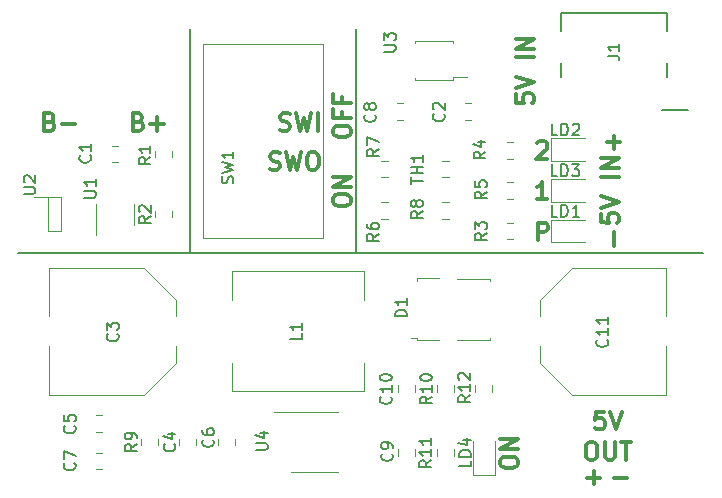
<source format=gbr>
G04 #@! TF.GenerationSoftware,KiCad,Pcbnew,(5.1.5)-3*
G04 #@! TF.CreationDate,2020-06-11T09:31:08-05:00*
G04 #@! TF.ProjectId,Li-ion 5A Boost 1A Charge Protect,4c692d69-6f6e-4203-9541-20426f6f7374,rev?*
G04 #@! TF.SameCoordinates,Original*
G04 #@! TF.FileFunction,Legend,Top*
G04 #@! TF.FilePolarity,Positive*
%FSLAX46Y46*%
G04 Gerber Fmt 4.6, Leading zero omitted, Abs format (unit mm)*
G04 Created by KiCad (PCBNEW (5.1.5)-3) date 2020-06-11 09:31:08*
%MOMM*%
%LPD*%
G04 APERTURE LIST*
%ADD10C,0.300000*%
%ADD11C,0.200000*%
%ADD12C,0.120000*%
%ADD13C,0.100000*%
%ADD14C,0.150000*%
G04 APERTURE END LIST*
D10*
X158128571Y-57545714D02*
X158128571Y-58260000D01*
X158842857Y-58331428D01*
X158771428Y-58260000D01*
X158700000Y-58117143D01*
X158700000Y-57760000D01*
X158771428Y-57617143D01*
X158842857Y-57545714D01*
X158985714Y-57474285D01*
X159342857Y-57474285D01*
X159485714Y-57545714D01*
X159557142Y-57617143D01*
X159628571Y-57760000D01*
X159628571Y-58117143D01*
X159557142Y-58260000D01*
X159485714Y-58331428D01*
X158128571Y-57045714D02*
X159628571Y-56545714D01*
X158128571Y-56045714D01*
X159628571Y-54402857D02*
X158128571Y-54402857D01*
X159628571Y-53688571D02*
X158128571Y-53688571D01*
X159628571Y-52831428D01*
X158128571Y-52831428D01*
X142658571Y-60838571D02*
X142658571Y-60552857D01*
X142730000Y-60410000D01*
X142872857Y-60267142D01*
X143158571Y-60195714D01*
X143658571Y-60195714D01*
X143944285Y-60267142D01*
X144087142Y-60410000D01*
X144158571Y-60552857D01*
X144158571Y-60838571D01*
X144087142Y-60981428D01*
X143944285Y-61124285D01*
X143658571Y-61195714D01*
X143158571Y-61195714D01*
X142872857Y-61124285D01*
X142730000Y-60981428D01*
X142658571Y-60838571D01*
X143372857Y-59052857D02*
X143372857Y-59552857D01*
X144158571Y-59552857D02*
X142658571Y-59552857D01*
X142658571Y-58838571D01*
X143372857Y-57767142D02*
X143372857Y-58267142D01*
X144158571Y-58267142D02*
X142658571Y-58267142D01*
X142658571Y-57552857D01*
X142628571Y-66658571D02*
X142628571Y-66372857D01*
X142700000Y-66230000D01*
X142842857Y-66087142D01*
X143128571Y-66015714D01*
X143628571Y-66015714D01*
X143914285Y-66087142D01*
X144057142Y-66230000D01*
X144128571Y-66372857D01*
X144128571Y-66658571D01*
X144057142Y-66801428D01*
X143914285Y-66944285D01*
X143628571Y-67015714D01*
X143128571Y-67015714D01*
X142842857Y-66944285D01*
X142700000Y-66801428D01*
X142628571Y-66658571D01*
X144128571Y-65372857D02*
X142628571Y-65372857D01*
X144128571Y-64515714D01*
X142628571Y-64515714D01*
X164385000Y-87008571D02*
X164670714Y-87008571D01*
X164813571Y-87080000D01*
X164956428Y-87222857D01*
X165027857Y-87508571D01*
X165027857Y-88008571D01*
X164956428Y-88294285D01*
X164813571Y-88437142D01*
X164670714Y-88508571D01*
X164385000Y-88508571D01*
X164242143Y-88437142D01*
X164099285Y-88294285D01*
X164027857Y-88008571D01*
X164027857Y-87508571D01*
X164099285Y-87222857D01*
X164242143Y-87080000D01*
X164385000Y-87008571D01*
X165670714Y-87008571D02*
X165670714Y-88222857D01*
X165742143Y-88365714D01*
X165813571Y-88437142D01*
X165956428Y-88508571D01*
X166242143Y-88508571D01*
X166385000Y-88437142D01*
X166456428Y-88365714D01*
X166527857Y-88222857D01*
X166527857Y-87008571D01*
X167027857Y-87008571D02*
X167885000Y-87008571D01*
X167456428Y-88508571D02*
X167456428Y-87008571D01*
D11*
X130500000Y-71000000D02*
X130500000Y-52000000D01*
X144600000Y-71000000D02*
X144600000Y-52000000D01*
X116000000Y-71000000D02*
X174000000Y-71000000D01*
D10*
X165328571Y-67685714D02*
X165328571Y-68400000D01*
X166042857Y-68471428D01*
X165971428Y-68400000D01*
X165900000Y-68257143D01*
X165900000Y-67900000D01*
X165971428Y-67757143D01*
X166042857Y-67685714D01*
X166185714Y-67614285D01*
X166542857Y-67614285D01*
X166685714Y-67685714D01*
X166757142Y-67757143D01*
X166828571Y-67900000D01*
X166828571Y-68257143D01*
X166757142Y-68400000D01*
X166685714Y-68471428D01*
X165328571Y-67185714D02*
X166828571Y-66685714D01*
X165328571Y-66185714D01*
X166828571Y-64542857D02*
X165328571Y-64542857D01*
X166828571Y-63828571D02*
X165328571Y-63828571D01*
X166828571Y-62971428D01*
X165328571Y-62971428D01*
X156778571Y-88862142D02*
X156778571Y-88576428D01*
X156850000Y-88433571D01*
X156992857Y-88290714D01*
X157278571Y-88219285D01*
X157778571Y-88219285D01*
X158064285Y-88290714D01*
X158207142Y-88433571D01*
X158278571Y-88576428D01*
X158278571Y-88862142D01*
X158207142Y-89005000D01*
X158064285Y-89147857D01*
X157778571Y-89219285D01*
X157278571Y-89219285D01*
X156992857Y-89147857D01*
X156850000Y-89005000D01*
X156778571Y-88862142D01*
X158278571Y-87576428D02*
X156778571Y-87576428D01*
X158278571Y-86719285D01*
X156778571Y-86719285D01*
X165599285Y-84428571D02*
X164884999Y-84428571D01*
X164813571Y-85142857D01*
X164884999Y-85071428D01*
X165027857Y-85000000D01*
X165384999Y-85000000D01*
X165527857Y-85071428D01*
X165599285Y-85142857D01*
X165670714Y-85285714D01*
X165670714Y-85642857D01*
X165599285Y-85785714D01*
X165527857Y-85857142D01*
X165384999Y-85928571D01*
X165027857Y-85928571D01*
X164884999Y-85857142D01*
X164813571Y-85785714D01*
X166099285Y-84428571D02*
X166599285Y-85928571D01*
X167099285Y-84428571D01*
X159967142Y-69918571D02*
X159967142Y-68418571D01*
X160538571Y-68418571D01*
X160681428Y-68490000D01*
X160752857Y-68561428D01*
X160824285Y-68704285D01*
X160824285Y-68918571D01*
X160752857Y-69061428D01*
X160681428Y-69132857D01*
X160538571Y-69204285D01*
X159967142Y-69204285D01*
X160788571Y-66448571D02*
X159931428Y-66448571D01*
X160360000Y-66448571D02*
X160360000Y-64948571D01*
X160217142Y-65162857D01*
X160074285Y-65305714D01*
X159931428Y-65377142D01*
X159931428Y-61681428D02*
X160002857Y-61610000D01*
X160145714Y-61538571D01*
X160502857Y-61538571D01*
X160645714Y-61610000D01*
X160717142Y-61681428D01*
X160788571Y-61824285D01*
X160788571Y-61967142D01*
X160717142Y-62181428D01*
X159860000Y-63038571D01*
X160788571Y-63038571D01*
D12*
X126667000Y-82994900D02*
X129372100Y-80289800D01*
X126667000Y-72250700D02*
X129372100Y-74955800D01*
X118627900Y-78901639D02*
X118627900Y-82994900D01*
X129372100Y-76343961D02*
X129372100Y-74955800D01*
X129372100Y-80289800D02*
X129372100Y-78901639D01*
X118627900Y-82994900D02*
X126667000Y-82994900D01*
X118627900Y-72250700D02*
X118627900Y-76343961D01*
X126667000Y-72250700D02*
X118627900Y-72250700D01*
X162833000Y-72250700D02*
X160127900Y-74955800D01*
X162833000Y-82994900D02*
X160127900Y-80289800D01*
X170872100Y-76343961D02*
X170872100Y-72250700D01*
X160127900Y-78901639D02*
X160127900Y-80289800D01*
X160127900Y-74955800D02*
X160127900Y-76343961D01*
X170872100Y-72250700D02*
X162833000Y-72250700D01*
X170872100Y-82994900D02*
X170872100Y-78901639D01*
X162833000Y-82994900D02*
X170872100Y-82994900D01*
X149722000Y-78163000D02*
X149214000Y-78163000D01*
X149722000Y-78163000D02*
X149722000Y-78336000D01*
X149722000Y-73337000D02*
X149722000Y-73118000D01*
X155945000Y-73337000D02*
X155945000Y-73164000D01*
X155945000Y-73164000D02*
X153151000Y-73164000D01*
X155945000Y-78336000D02*
X153151000Y-78336000D01*
X155945000Y-78336000D02*
X155945000Y-78163000D01*
X151627000Y-73118000D02*
X149722000Y-73118000D01*
X151627000Y-78336000D02*
X149722000Y-78336000D01*
D11*
X172663000Y-58850000D02*
X170504000Y-58850000D01*
X161970000Y-56110000D02*
X161970000Y-54900000D01*
X170910000Y-56110000D02*
X170910000Y-54900000D01*
X161970000Y-50690000D02*
X161970000Y-52180000D01*
X170910000Y-50690000D02*
X161970000Y-50690000D01*
X170910000Y-52180000D02*
X170910000Y-50690000D01*
D13*
X141780000Y-69730000D02*
X131620000Y-69730000D01*
X141780000Y-53270000D02*
X141780000Y-69730000D01*
X131620000Y-53270000D02*
X141780000Y-53270000D01*
X131620000Y-69730000D02*
X131620000Y-53270000D01*
D12*
X125810000Y-68600000D02*
X125810000Y-66800000D01*
X122590000Y-66800000D02*
X122590000Y-69478000D01*
X117322000Y-66250000D02*
X119650000Y-66250000D01*
X119650000Y-66250000D02*
X119650000Y-69150000D01*
X119650000Y-69150000D02*
X118550000Y-69150000D01*
X118550000Y-69150000D02*
X118550000Y-66250000D01*
X127590000Y-62861252D02*
X127590000Y-62338748D01*
X129010000Y-62861252D02*
X129010000Y-62338748D01*
X129010000Y-67438748D02*
X129010000Y-67961252D01*
X127590000Y-67438748D02*
X127590000Y-67961252D01*
X134112000Y-82702800D02*
X134112000Y-80289800D01*
X145288000Y-82702800D02*
X145288000Y-80289800D01*
X145288000Y-74955800D02*
X145288000Y-72542800D01*
X134112000Y-74955800D02*
X134112000Y-72542800D01*
X134112000Y-82702800D02*
X145288000Y-82702800D01*
X134112000Y-72542800D02*
X145288000Y-72542800D01*
X152815600Y-56087000D02*
X153984000Y-56087000D01*
X149564400Y-56162441D02*
X149564400Y-56315600D01*
X152815600Y-53217559D02*
X152815600Y-53064400D01*
X152815600Y-56315600D02*
X152815600Y-56087000D01*
X149564400Y-56315600D02*
X152815600Y-56315600D01*
X149564400Y-53064400D02*
X149564400Y-53217559D01*
X152815600Y-53064400D02*
X149564400Y-53064400D01*
X139100000Y-89509000D02*
X143100000Y-89509000D01*
X137671000Y-84459000D02*
X143100000Y-84459000D01*
X147261252Y-64590000D02*
X146738748Y-64590000D01*
X147261252Y-63170000D02*
X146738748Y-63170000D01*
X152853750Y-87622748D02*
X152853750Y-88145252D01*
X151433750Y-87622748D02*
X151433750Y-88145252D01*
X151908748Y-63160000D02*
X152431252Y-63160000D01*
X151908748Y-64580000D02*
X152431252Y-64580000D01*
X156092000Y-82197748D02*
X156092000Y-82720252D01*
X154672000Y-82197748D02*
X154672000Y-82720252D01*
X152853750Y-82197748D02*
X152853750Y-82720252D01*
X151433750Y-82197748D02*
X151433750Y-82720252D01*
X126368000Y-87245252D02*
X126368000Y-86722748D01*
X127788000Y-87245252D02*
X127788000Y-86722748D01*
X151908748Y-66660000D02*
X152431252Y-66660000D01*
X151908748Y-68080000D02*
X152431252Y-68080000D01*
X146738748Y-66670000D02*
X147261252Y-66670000D01*
X146738748Y-68090000D02*
X147261252Y-68090000D01*
X157378748Y-64995000D02*
X157901252Y-64995000D01*
X157378748Y-66415000D02*
X157901252Y-66415000D01*
X157378748Y-61570000D02*
X157901252Y-61570000D01*
X157378748Y-62990000D02*
X157901252Y-62990000D01*
X157378748Y-68420000D02*
X157901252Y-68420000D01*
X157378748Y-69840000D02*
X157901252Y-69840000D01*
X149570500Y-82197748D02*
X149570500Y-82720252D01*
X148150500Y-82197748D02*
X148150500Y-82720252D01*
X149570500Y-87622748D02*
X149570500Y-88145252D01*
X148150500Y-87622748D02*
X148150500Y-88145252D01*
X148038748Y-58330000D02*
X148561252Y-58330000D01*
X148038748Y-59750000D02*
X148561252Y-59750000D01*
X123083252Y-89310000D02*
X122560748Y-89310000D01*
X123083252Y-87890000D02*
X122560748Y-87890000D01*
X134322000Y-86722748D02*
X134322000Y-87245252D01*
X132902000Y-86722748D02*
X132902000Y-87245252D01*
X123083252Y-86110000D02*
X122560748Y-86110000D01*
X123083252Y-84690000D02*
X122560748Y-84690000D01*
X131055000Y-86722748D02*
X131055000Y-87245252D01*
X129635000Y-86722748D02*
X129635000Y-87245252D01*
X154351252Y-59750000D02*
X153828748Y-59750000D01*
X154351252Y-58330000D02*
X153828748Y-58330000D01*
X124461252Y-63310000D02*
X123938748Y-63310000D01*
X124461252Y-61890000D02*
X123938748Y-61890000D01*
X156387000Y-89744000D02*
X156387000Y-86884000D01*
X154467000Y-89744000D02*
X156387000Y-89744000D01*
X154467000Y-86884000D02*
X154467000Y-89744000D01*
X161080000Y-66665000D02*
X163940000Y-66665000D01*
X161080000Y-64745000D02*
X161080000Y-66665000D01*
X163940000Y-64745000D02*
X161080000Y-64745000D01*
X161080000Y-63210000D02*
X163940000Y-63210000D01*
X161080000Y-61290000D02*
X161080000Y-63210000D01*
X163940000Y-61290000D02*
X161080000Y-61290000D01*
X161080000Y-70090000D02*
X163940000Y-70090000D01*
X161080000Y-68170000D02*
X161080000Y-70090000D01*
X163940000Y-68170000D02*
X161080000Y-68170000D01*
D14*
X124382142Y-77841366D02*
X124429761Y-77888985D01*
X124477380Y-78031842D01*
X124477380Y-78127080D01*
X124429761Y-78269938D01*
X124334523Y-78365176D01*
X124239285Y-78412795D01*
X124048809Y-78460414D01*
X123905952Y-78460414D01*
X123715476Y-78412795D01*
X123620238Y-78365176D01*
X123525000Y-78269938D01*
X123477380Y-78127080D01*
X123477380Y-78031842D01*
X123525000Y-77888985D01*
X123572619Y-77841366D01*
X123477380Y-77508033D02*
X123477380Y-76888985D01*
X123858333Y-77222319D01*
X123858333Y-77079461D01*
X123905952Y-76984223D01*
X123953571Y-76936604D01*
X124048809Y-76888985D01*
X124286904Y-76888985D01*
X124382142Y-76936604D01*
X124429761Y-76984223D01*
X124477380Y-77079461D01*
X124477380Y-77365176D01*
X124429761Y-77460414D01*
X124382142Y-77508033D01*
X165832142Y-78317557D02*
X165879761Y-78365176D01*
X165927380Y-78508033D01*
X165927380Y-78603271D01*
X165879761Y-78746128D01*
X165784523Y-78841366D01*
X165689285Y-78888985D01*
X165498809Y-78936604D01*
X165355952Y-78936604D01*
X165165476Y-78888985D01*
X165070238Y-78841366D01*
X164975000Y-78746128D01*
X164927380Y-78603271D01*
X164927380Y-78508033D01*
X164975000Y-78365176D01*
X165022619Y-78317557D01*
X165927380Y-77365176D02*
X165927380Y-77936604D01*
X165927380Y-77650890D02*
X164927380Y-77650890D01*
X165070238Y-77746128D01*
X165165476Y-77841366D01*
X165213095Y-77936604D01*
X165927380Y-76412795D02*
X165927380Y-76984223D01*
X165927380Y-76698509D02*
X164927380Y-76698509D01*
X165070238Y-76793747D01*
X165165476Y-76888985D01*
X165213095Y-76984223D01*
X148892380Y-76358095D02*
X147892380Y-76358095D01*
X147892380Y-76120000D01*
X147940000Y-75977142D01*
X148035238Y-75881904D01*
X148130476Y-75834285D01*
X148320952Y-75786666D01*
X148463809Y-75786666D01*
X148654285Y-75834285D01*
X148749523Y-75881904D01*
X148844761Y-75977142D01*
X148892380Y-76120000D01*
X148892380Y-76358095D01*
X148892380Y-74834285D02*
X148892380Y-75405714D01*
X148892380Y-75120000D02*
X147892380Y-75120000D01*
X148035238Y-75215238D01*
X148130476Y-75310476D01*
X148178095Y-75405714D01*
D10*
X166408571Y-90007142D02*
X167551428Y-90007142D01*
X164128571Y-90007142D02*
X165271428Y-90007142D01*
X164700000Y-90578571D02*
X164700000Y-89435714D01*
X118678571Y-59865357D02*
X118892857Y-59936785D01*
X118964285Y-60008214D01*
X119035714Y-60151071D01*
X119035714Y-60365357D01*
X118964285Y-60508214D01*
X118892857Y-60579642D01*
X118750000Y-60651071D01*
X118178571Y-60651071D01*
X118178571Y-59151071D01*
X118678571Y-59151071D01*
X118821428Y-59222500D01*
X118892857Y-59293928D01*
X118964285Y-59436785D01*
X118964285Y-59579642D01*
X118892857Y-59722500D01*
X118821428Y-59793928D01*
X118678571Y-59865357D01*
X118178571Y-59865357D01*
X119678571Y-60079642D02*
X120821428Y-60079642D01*
X138145713Y-60557142D02*
X138359999Y-60628571D01*
X138717142Y-60628571D01*
X138859999Y-60557142D01*
X138931428Y-60485714D01*
X139002856Y-60342857D01*
X139002856Y-60200000D01*
X138931428Y-60057142D01*
X138859999Y-59985714D01*
X138717142Y-59914285D01*
X138431428Y-59842857D01*
X138288571Y-59771428D01*
X138217142Y-59700000D01*
X138145713Y-59557142D01*
X138145713Y-59414285D01*
X138217142Y-59271428D01*
X138288571Y-59200000D01*
X138431428Y-59128571D01*
X138788571Y-59128571D01*
X139002856Y-59200000D01*
X139502856Y-59128571D02*
X139859999Y-60628571D01*
X140145713Y-59557142D01*
X140431428Y-60628571D01*
X140788571Y-59128571D01*
X141359999Y-60628571D02*
X141359999Y-59128571D01*
X137288571Y-63887142D02*
X137502857Y-63958571D01*
X137860000Y-63958571D01*
X138002857Y-63887142D01*
X138074285Y-63815714D01*
X138145714Y-63672857D01*
X138145714Y-63530000D01*
X138074285Y-63387142D01*
X138002857Y-63315714D01*
X137860000Y-63244285D01*
X137574285Y-63172857D01*
X137431428Y-63101428D01*
X137360000Y-63030000D01*
X137288571Y-62887142D01*
X137288571Y-62744285D01*
X137360000Y-62601428D01*
X137431428Y-62530000D01*
X137574285Y-62458571D01*
X137931428Y-62458571D01*
X138145714Y-62530000D01*
X138645714Y-62458571D02*
X139002857Y-63958571D01*
X139288571Y-62887142D01*
X139574285Y-63958571D01*
X139931428Y-62458571D01*
X140788571Y-62458571D02*
X141074285Y-62458571D01*
X141217142Y-62530000D01*
X141360000Y-62672857D01*
X141431428Y-62958571D01*
X141431428Y-63458571D01*
X141360000Y-63744285D01*
X141217142Y-63887142D01*
X141074285Y-63958571D01*
X140788571Y-63958571D01*
X140645714Y-63887142D01*
X140502857Y-63744285D01*
X140431428Y-63458571D01*
X140431428Y-62958571D01*
X140502857Y-62672857D01*
X140645714Y-62530000D01*
X140788571Y-62458571D01*
X126178571Y-59865357D02*
X126392857Y-59936785D01*
X126464285Y-60008214D01*
X126535714Y-60151071D01*
X126535714Y-60365357D01*
X126464285Y-60508214D01*
X126392857Y-60579642D01*
X126250000Y-60651071D01*
X125678571Y-60651071D01*
X125678571Y-59151071D01*
X126178571Y-59151071D01*
X126321428Y-59222500D01*
X126392857Y-59293928D01*
X126464285Y-59436785D01*
X126464285Y-59579642D01*
X126392857Y-59722500D01*
X126321428Y-59793928D01*
X126178571Y-59865357D01*
X125678571Y-59865357D01*
X127178571Y-60079642D02*
X128321428Y-60079642D01*
X127750000Y-60651071D02*
X127750000Y-59508214D01*
X166407142Y-70391428D02*
X166407142Y-69248571D01*
X166407142Y-62201428D02*
X166407142Y-61058571D01*
X166978571Y-61630000D02*
X165835714Y-61630000D01*
D14*
X165892380Y-54303333D02*
X166606666Y-54303333D01*
X166749523Y-54350952D01*
X166844761Y-54446190D01*
X166892380Y-54589047D01*
X166892380Y-54684285D01*
X166892380Y-53303333D02*
X166892380Y-53874761D01*
X166892380Y-53589047D02*
X165892380Y-53589047D01*
X166035238Y-53684285D01*
X166130476Y-53779523D01*
X166178095Y-53874761D01*
X134154761Y-65083333D02*
X134202380Y-64940476D01*
X134202380Y-64702380D01*
X134154761Y-64607142D01*
X134107142Y-64559523D01*
X134011904Y-64511904D01*
X133916666Y-64511904D01*
X133821428Y-64559523D01*
X133773809Y-64607142D01*
X133726190Y-64702380D01*
X133678571Y-64892857D01*
X133630952Y-64988095D01*
X133583333Y-65035714D01*
X133488095Y-65083333D01*
X133392857Y-65083333D01*
X133297619Y-65035714D01*
X133250000Y-64988095D01*
X133202380Y-64892857D01*
X133202380Y-64654761D01*
X133250000Y-64511904D01*
X133202380Y-64178571D02*
X134202380Y-63940476D01*
X133488095Y-63750000D01*
X134202380Y-63559523D01*
X133202380Y-63321428D01*
X134202380Y-62416666D02*
X134202380Y-62988095D01*
X134202380Y-62702380D02*
X133202380Y-62702380D01*
X133345238Y-62797619D01*
X133440476Y-62892857D01*
X133488095Y-62988095D01*
X121562380Y-66301904D02*
X122371904Y-66301904D01*
X122467142Y-66254285D01*
X122514761Y-66206666D01*
X122562380Y-66111428D01*
X122562380Y-65920952D01*
X122514761Y-65825714D01*
X122467142Y-65778095D01*
X122371904Y-65730476D01*
X121562380Y-65730476D01*
X122562380Y-64730476D02*
X122562380Y-65301904D01*
X122562380Y-65016190D02*
X121562380Y-65016190D01*
X121705238Y-65111428D01*
X121800476Y-65206666D01*
X121848095Y-65301904D01*
X116442380Y-65991904D02*
X117251904Y-65991904D01*
X117347142Y-65944285D01*
X117394761Y-65896666D01*
X117442380Y-65801428D01*
X117442380Y-65610952D01*
X117394761Y-65515714D01*
X117347142Y-65468095D01*
X117251904Y-65420476D01*
X116442380Y-65420476D01*
X116537619Y-64991904D02*
X116490000Y-64944285D01*
X116442380Y-64849047D01*
X116442380Y-64610952D01*
X116490000Y-64515714D01*
X116537619Y-64468095D01*
X116632857Y-64420476D01*
X116728095Y-64420476D01*
X116870952Y-64468095D01*
X117442380Y-65039523D01*
X117442380Y-64420476D01*
X127182380Y-62866666D02*
X126706190Y-63200000D01*
X127182380Y-63438095D02*
X126182380Y-63438095D01*
X126182380Y-63057142D01*
X126230000Y-62961904D01*
X126277619Y-62914285D01*
X126372857Y-62866666D01*
X126515714Y-62866666D01*
X126610952Y-62914285D01*
X126658571Y-62961904D01*
X126706190Y-63057142D01*
X126706190Y-63438095D01*
X127182380Y-61914285D02*
X127182380Y-62485714D01*
X127182380Y-62200000D02*
X126182380Y-62200000D01*
X126325238Y-62295238D01*
X126420476Y-62390476D01*
X126468095Y-62485714D01*
X127192380Y-67896666D02*
X126716190Y-68230000D01*
X127192380Y-68468095D02*
X126192380Y-68468095D01*
X126192380Y-68087142D01*
X126240000Y-67991904D01*
X126287619Y-67944285D01*
X126382857Y-67896666D01*
X126525714Y-67896666D01*
X126620952Y-67944285D01*
X126668571Y-67991904D01*
X126716190Y-68087142D01*
X126716190Y-68468095D01*
X126287619Y-67515714D02*
X126240000Y-67468095D01*
X126192380Y-67372857D01*
X126192380Y-67134761D01*
X126240000Y-67039523D01*
X126287619Y-66991904D01*
X126382857Y-66944285D01*
X126478095Y-66944285D01*
X126620952Y-66991904D01*
X127192380Y-67563333D01*
X127192380Y-66944285D01*
X140002380Y-77791666D02*
X140002380Y-78267857D01*
X139002380Y-78267857D01*
X140002380Y-76934523D02*
X140002380Y-77505952D01*
X140002380Y-77220238D02*
X139002380Y-77220238D01*
X139145238Y-77315476D01*
X139240476Y-77410714D01*
X139288095Y-77505952D01*
X146932380Y-53931904D02*
X147741904Y-53931904D01*
X147837142Y-53884285D01*
X147884761Y-53836666D01*
X147932380Y-53741428D01*
X147932380Y-53550952D01*
X147884761Y-53455714D01*
X147837142Y-53408095D01*
X147741904Y-53360476D01*
X146932380Y-53360476D01*
X146932380Y-52979523D02*
X146932380Y-52360476D01*
X147313333Y-52693809D01*
X147313333Y-52550952D01*
X147360952Y-52455714D01*
X147408571Y-52408095D01*
X147503809Y-52360476D01*
X147741904Y-52360476D01*
X147837142Y-52408095D01*
X147884761Y-52455714D01*
X147932380Y-52550952D01*
X147932380Y-52836666D01*
X147884761Y-52931904D01*
X147837142Y-52979523D01*
X136112380Y-87671904D02*
X136921904Y-87671904D01*
X137017142Y-87624285D01*
X137064761Y-87576666D01*
X137112380Y-87481428D01*
X137112380Y-87290952D01*
X137064761Y-87195714D01*
X137017142Y-87148095D01*
X136921904Y-87100476D01*
X136112380Y-87100476D01*
X136445714Y-86195714D02*
X137112380Y-86195714D01*
X136064761Y-86433809D02*
X136779047Y-86671904D01*
X136779047Y-86052857D01*
X146502380Y-62196666D02*
X146026190Y-62530000D01*
X146502380Y-62768095D02*
X145502380Y-62768095D01*
X145502380Y-62387142D01*
X145550000Y-62291904D01*
X145597619Y-62244285D01*
X145692857Y-62196666D01*
X145835714Y-62196666D01*
X145930952Y-62244285D01*
X145978571Y-62291904D01*
X146026190Y-62387142D01*
X146026190Y-62768095D01*
X145502380Y-61863333D02*
X145502380Y-61196666D01*
X146502380Y-61625238D01*
X150952380Y-88542857D02*
X150476190Y-88876190D01*
X150952380Y-89114285D02*
X149952380Y-89114285D01*
X149952380Y-88733333D01*
X150000000Y-88638095D01*
X150047619Y-88590476D01*
X150142857Y-88542857D01*
X150285714Y-88542857D01*
X150380952Y-88590476D01*
X150428571Y-88638095D01*
X150476190Y-88733333D01*
X150476190Y-89114285D01*
X150952380Y-87590476D02*
X150952380Y-88161904D01*
X150952380Y-87876190D02*
X149952380Y-87876190D01*
X150095238Y-87971428D01*
X150190476Y-88066666D01*
X150238095Y-88161904D01*
X150952380Y-86638095D02*
X150952380Y-87209523D01*
X150952380Y-86923809D02*
X149952380Y-86923809D01*
X150095238Y-87019047D01*
X150190476Y-87114285D01*
X150238095Y-87209523D01*
X149242380Y-65155714D02*
X149242380Y-64584285D01*
X150242380Y-64870000D02*
X149242380Y-64870000D01*
X150242380Y-64250952D02*
X149242380Y-64250952D01*
X149718571Y-64250952D02*
X149718571Y-63679523D01*
X150242380Y-63679523D02*
X149242380Y-63679523D01*
X150242380Y-62679523D02*
X150242380Y-63250952D01*
X150242380Y-62965238D02*
X149242380Y-62965238D01*
X149385238Y-63060476D01*
X149480476Y-63155714D01*
X149528095Y-63250952D01*
X154252380Y-83042857D02*
X153776190Y-83376190D01*
X154252380Y-83614285D02*
X153252380Y-83614285D01*
X153252380Y-83233333D01*
X153300000Y-83138095D01*
X153347619Y-83090476D01*
X153442857Y-83042857D01*
X153585714Y-83042857D01*
X153680952Y-83090476D01*
X153728571Y-83138095D01*
X153776190Y-83233333D01*
X153776190Y-83614285D01*
X154252380Y-82090476D02*
X154252380Y-82661904D01*
X154252380Y-82376190D02*
X153252380Y-82376190D01*
X153395238Y-82471428D01*
X153490476Y-82566666D01*
X153538095Y-82661904D01*
X153347619Y-81709523D02*
X153300000Y-81661904D01*
X153252380Y-81566666D01*
X153252380Y-81328571D01*
X153300000Y-81233333D01*
X153347619Y-81185714D01*
X153442857Y-81138095D01*
X153538095Y-81138095D01*
X153680952Y-81185714D01*
X154252380Y-81757142D01*
X154252380Y-81138095D01*
X151002380Y-83142857D02*
X150526190Y-83476190D01*
X151002380Y-83714285D02*
X150002380Y-83714285D01*
X150002380Y-83333333D01*
X150050000Y-83238095D01*
X150097619Y-83190476D01*
X150192857Y-83142857D01*
X150335714Y-83142857D01*
X150430952Y-83190476D01*
X150478571Y-83238095D01*
X150526190Y-83333333D01*
X150526190Y-83714285D01*
X151002380Y-82190476D02*
X151002380Y-82761904D01*
X151002380Y-82476190D02*
X150002380Y-82476190D01*
X150145238Y-82571428D01*
X150240476Y-82666666D01*
X150288095Y-82761904D01*
X150002380Y-81571428D02*
X150002380Y-81476190D01*
X150050000Y-81380952D01*
X150097619Y-81333333D01*
X150192857Y-81285714D01*
X150383333Y-81238095D01*
X150621428Y-81238095D01*
X150811904Y-81285714D01*
X150907142Y-81333333D01*
X150954761Y-81380952D01*
X151002380Y-81476190D01*
X151002380Y-81571428D01*
X150954761Y-81666666D01*
X150907142Y-81714285D01*
X150811904Y-81761904D01*
X150621428Y-81809523D01*
X150383333Y-81809523D01*
X150192857Y-81761904D01*
X150097619Y-81714285D01*
X150050000Y-81666666D01*
X150002380Y-81571428D01*
X126002380Y-87156666D02*
X125526190Y-87490000D01*
X126002380Y-87728095D02*
X125002380Y-87728095D01*
X125002380Y-87347142D01*
X125050000Y-87251904D01*
X125097619Y-87204285D01*
X125192857Y-87156666D01*
X125335714Y-87156666D01*
X125430952Y-87204285D01*
X125478571Y-87251904D01*
X125526190Y-87347142D01*
X125526190Y-87728095D01*
X126002380Y-86680476D02*
X126002380Y-86490000D01*
X125954761Y-86394761D01*
X125907142Y-86347142D01*
X125764285Y-86251904D01*
X125573809Y-86204285D01*
X125192857Y-86204285D01*
X125097619Y-86251904D01*
X125050000Y-86299523D01*
X125002380Y-86394761D01*
X125002380Y-86585238D01*
X125050000Y-86680476D01*
X125097619Y-86728095D01*
X125192857Y-86775714D01*
X125430952Y-86775714D01*
X125526190Y-86728095D01*
X125573809Y-86680476D01*
X125621428Y-86585238D01*
X125621428Y-86394761D01*
X125573809Y-86299523D01*
X125526190Y-86251904D01*
X125430952Y-86204285D01*
X150232380Y-67466666D02*
X149756190Y-67800000D01*
X150232380Y-68038095D02*
X149232380Y-68038095D01*
X149232380Y-67657142D01*
X149280000Y-67561904D01*
X149327619Y-67514285D01*
X149422857Y-67466666D01*
X149565714Y-67466666D01*
X149660952Y-67514285D01*
X149708571Y-67561904D01*
X149756190Y-67657142D01*
X149756190Y-68038095D01*
X149660952Y-66895238D02*
X149613333Y-66990476D01*
X149565714Y-67038095D01*
X149470476Y-67085714D01*
X149422857Y-67085714D01*
X149327619Y-67038095D01*
X149280000Y-66990476D01*
X149232380Y-66895238D01*
X149232380Y-66704761D01*
X149280000Y-66609523D01*
X149327619Y-66561904D01*
X149422857Y-66514285D01*
X149470476Y-66514285D01*
X149565714Y-66561904D01*
X149613333Y-66609523D01*
X149660952Y-66704761D01*
X149660952Y-66895238D01*
X149708571Y-66990476D01*
X149756190Y-67038095D01*
X149851428Y-67085714D01*
X150041904Y-67085714D01*
X150137142Y-67038095D01*
X150184761Y-66990476D01*
X150232380Y-66895238D01*
X150232380Y-66704761D01*
X150184761Y-66609523D01*
X150137142Y-66561904D01*
X150041904Y-66514285D01*
X149851428Y-66514285D01*
X149756190Y-66561904D01*
X149708571Y-66609523D01*
X149660952Y-66704761D01*
X146502380Y-69366666D02*
X146026190Y-69700000D01*
X146502380Y-69938095D02*
X145502380Y-69938095D01*
X145502380Y-69557142D01*
X145550000Y-69461904D01*
X145597619Y-69414285D01*
X145692857Y-69366666D01*
X145835714Y-69366666D01*
X145930952Y-69414285D01*
X145978571Y-69461904D01*
X146026190Y-69557142D01*
X146026190Y-69938095D01*
X145502380Y-68509523D02*
X145502380Y-68700000D01*
X145550000Y-68795238D01*
X145597619Y-68842857D01*
X145740476Y-68938095D01*
X145930952Y-68985714D01*
X146311904Y-68985714D01*
X146407142Y-68938095D01*
X146454761Y-68890476D01*
X146502380Y-68795238D01*
X146502380Y-68604761D01*
X146454761Y-68509523D01*
X146407142Y-68461904D01*
X146311904Y-68414285D01*
X146073809Y-68414285D01*
X145978571Y-68461904D01*
X145930952Y-68509523D01*
X145883333Y-68604761D01*
X145883333Y-68795238D01*
X145930952Y-68890476D01*
X145978571Y-68938095D01*
X146073809Y-68985714D01*
X155642380Y-65801666D02*
X155166190Y-66135000D01*
X155642380Y-66373095D02*
X154642380Y-66373095D01*
X154642380Y-65992142D01*
X154690000Y-65896904D01*
X154737619Y-65849285D01*
X154832857Y-65801666D01*
X154975714Y-65801666D01*
X155070952Y-65849285D01*
X155118571Y-65896904D01*
X155166190Y-65992142D01*
X155166190Y-66373095D01*
X154642380Y-64896904D02*
X154642380Y-65373095D01*
X155118571Y-65420714D01*
X155070952Y-65373095D01*
X155023333Y-65277857D01*
X155023333Y-65039761D01*
X155070952Y-64944523D01*
X155118571Y-64896904D01*
X155213809Y-64849285D01*
X155451904Y-64849285D01*
X155547142Y-64896904D01*
X155594761Y-64944523D01*
X155642380Y-65039761D01*
X155642380Y-65277857D01*
X155594761Y-65373095D01*
X155547142Y-65420714D01*
X155542380Y-62416666D02*
X155066190Y-62750000D01*
X155542380Y-62988095D02*
X154542380Y-62988095D01*
X154542380Y-62607142D01*
X154590000Y-62511904D01*
X154637619Y-62464285D01*
X154732857Y-62416666D01*
X154875714Y-62416666D01*
X154970952Y-62464285D01*
X155018571Y-62511904D01*
X155066190Y-62607142D01*
X155066190Y-62988095D01*
X154875714Y-61559523D02*
X155542380Y-61559523D01*
X154494761Y-61797619D02*
X155209047Y-62035714D01*
X155209047Y-61416666D01*
X155642380Y-69316666D02*
X155166190Y-69650000D01*
X155642380Y-69888095D02*
X154642380Y-69888095D01*
X154642380Y-69507142D01*
X154690000Y-69411904D01*
X154737619Y-69364285D01*
X154832857Y-69316666D01*
X154975714Y-69316666D01*
X155070952Y-69364285D01*
X155118571Y-69411904D01*
X155166190Y-69507142D01*
X155166190Y-69888095D01*
X154642380Y-68983333D02*
X154642380Y-68364285D01*
X155023333Y-68697619D01*
X155023333Y-68554761D01*
X155070952Y-68459523D01*
X155118571Y-68411904D01*
X155213809Y-68364285D01*
X155451904Y-68364285D01*
X155547142Y-68411904D01*
X155594761Y-68459523D01*
X155642380Y-68554761D01*
X155642380Y-68840476D01*
X155594761Y-68935714D01*
X155547142Y-68983333D01*
X147507142Y-83142857D02*
X147554761Y-83190476D01*
X147602380Y-83333333D01*
X147602380Y-83428571D01*
X147554761Y-83571428D01*
X147459523Y-83666666D01*
X147364285Y-83714285D01*
X147173809Y-83761904D01*
X147030952Y-83761904D01*
X146840476Y-83714285D01*
X146745238Y-83666666D01*
X146650000Y-83571428D01*
X146602380Y-83428571D01*
X146602380Y-83333333D01*
X146650000Y-83190476D01*
X146697619Y-83142857D01*
X147602380Y-82190476D02*
X147602380Y-82761904D01*
X147602380Y-82476190D02*
X146602380Y-82476190D01*
X146745238Y-82571428D01*
X146840476Y-82666666D01*
X146888095Y-82761904D01*
X146602380Y-81571428D02*
X146602380Y-81476190D01*
X146650000Y-81380952D01*
X146697619Y-81333333D01*
X146792857Y-81285714D01*
X146983333Y-81238095D01*
X147221428Y-81238095D01*
X147411904Y-81285714D01*
X147507142Y-81333333D01*
X147554761Y-81380952D01*
X147602380Y-81476190D01*
X147602380Y-81571428D01*
X147554761Y-81666666D01*
X147507142Y-81714285D01*
X147411904Y-81761904D01*
X147221428Y-81809523D01*
X146983333Y-81809523D01*
X146792857Y-81761904D01*
X146697619Y-81714285D01*
X146650000Y-81666666D01*
X146602380Y-81571428D01*
X147607142Y-87966666D02*
X147654761Y-88014285D01*
X147702380Y-88157142D01*
X147702380Y-88252380D01*
X147654761Y-88395238D01*
X147559523Y-88490476D01*
X147464285Y-88538095D01*
X147273809Y-88585714D01*
X147130952Y-88585714D01*
X146940476Y-88538095D01*
X146845238Y-88490476D01*
X146750000Y-88395238D01*
X146702380Y-88252380D01*
X146702380Y-88157142D01*
X146750000Y-88014285D01*
X146797619Y-87966666D01*
X147702380Y-87490476D02*
X147702380Y-87300000D01*
X147654761Y-87204761D01*
X147607142Y-87157142D01*
X147464285Y-87061904D01*
X147273809Y-87014285D01*
X146892857Y-87014285D01*
X146797619Y-87061904D01*
X146750000Y-87109523D01*
X146702380Y-87204761D01*
X146702380Y-87395238D01*
X146750000Y-87490476D01*
X146797619Y-87538095D01*
X146892857Y-87585714D01*
X147130952Y-87585714D01*
X147226190Y-87538095D01*
X147273809Y-87490476D01*
X147321428Y-87395238D01*
X147321428Y-87204761D01*
X147273809Y-87109523D01*
X147226190Y-87061904D01*
X147130952Y-87014285D01*
X146177142Y-59266666D02*
X146224761Y-59314285D01*
X146272380Y-59457142D01*
X146272380Y-59552380D01*
X146224761Y-59695238D01*
X146129523Y-59790476D01*
X146034285Y-59838095D01*
X145843809Y-59885714D01*
X145700952Y-59885714D01*
X145510476Y-59838095D01*
X145415238Y-59790476D01*
X145320000Y-59695238D01*
X145272380Y-59552380D01*
X145272380Y-59457142D01*
X145320000Y-59314285D01*
X145367619Y-59266666D01*
X145700952Y-58695238D02*
X145653333Y-58790476D01*
X145605714Y-58838095D01*
X145510476Y-58885714D01*
X145462857Y-58885714D01*
X145367619Y-58838095D01*
X145320000Y-58790476D01*
X145272380Y-58695238D01*
X145272380Y-58504761D01*
X145320000Y-58409523D01*
X145367619Y-58361904D01*
X145462857Y-58314285D01*
X145510476Y-58314285D01*
X145605714Y-58361904D01*
X145653333Y-58409523D01*
X145700952Y-58504761D01*
X145700952Y-58695238D01*
X145748571Y-58790476D01*
X145796190Y-58838095D01*
X145891428Y-58885714D01*
X146081904Y-58885714D01*
X146177142Y-58838095D01*
X146224761Y-58790476D01*
X146272380Y-58695238D01*
X146272380Y-58504761D01*
X146224761Y-58409523D01*
X146177142Y-58361904D01*
X146081904Y-58314285D01*
X145891428Y-58314285D01*
X145796190Y-58361904D01*
X145748571Y-58409523D01*
X145700952Y-58504761D01*
X120747142Y-88766666D02*
X120794761Y-88814285D01*
X120842380Y-88957142D01*
X120842380Y-89052380D01*
X120794761Y-89195238D01*
X120699523Y-89290476D01*
X120604285Y-89338095D01*
X120413809Y-89385714D01*
X120270952Y-89385714D01*
X120080476Y-89338095D01*
X119985238Y-89290476D01*
X119890000Y-89195238D01*
X119842380Y-89052380D01*
X119842380Y-88957142D01*
X119890000Y-88814285D01*
X119937619Y-88766666D01*
X119842380Y-88433333D02*
X119842380Y-87766666D01*
X120842380Y-88195238D01*
X132467142Y-86796666D02*
X132514761Y-86844285D01*
X132562380Y-86987142D01*
X132562380Y-87082380D01*
X132514761Y-87225238D01*
X132419523Y-87320476D01*
X132324285Y-87368095D01*
X132133809Y-87415714D01*
X131990952Y-87415714D01*
X131800476Y-87368095D01*
X131705238Y-87320476D01*
X131610000Y-87225238D01*
X131562380Y-87082380D01*
X131562380Y-86987142D01*
X131610000Y-86844285D01*
X131657619Y-86796666D01*
X131562380Y-85939523D02*
X131562380Y-86130000D01*
X131610000Y-86225238D01*
X131657619Y-86272857D01*
X131800476Y-86368095D01*
X131990952Y-86415714D01*
X132371904Y-86415714D01*
X132467142Y-86368095D01*
X132514761Y-86320476D01*
X132562380Y-86225238D01*
X132562380Y-86034761D01*
X132514761Y-85939523D01*
X132467142Y-85891904D01*
X132371904Y-85844285D01*
X132133809Y-85844285D01*
X132038571Y-85891904D01*
X131990952Y-85939523D01*
X131943333Y-86034761D01*
X131943333Y-86225238D01*
X131990952Y-86320476D01*
X132038571Y-86368095D01*
X132133809Y-86415714D01*
X120747142Y-85616666D02*
X120794761Y-85664285D01*
X120842380Y-85807142D01*
X120842380Y-85902380D01*
X120794761Y-86045238D01*
X120699523Y-86140476D01*
X120604285Y-86188095D01*
X120413809Y-86235714D01*
X120270952Y-86235714D01*
X120080476Y-86188095D01*
X119985238Y-86140476D01*
X119890000Y-86045238D01*
X119842380Y-85902380D01*
X119842380Y-85807142D01*
X119890000Y-85664285D01*
X119937619Y-85616666D01*
X119842380Y-84711904D02*
X119842380Y-85188095D01*
X120318571Y-85235714D01*
X120270952Y-85188095D01*
X120223333Y-85092857D01*
X120223333Y-84854761D01*
X120270952Y-84759523D01*
X120318571Y-84711904D01*
X120413809Y-84664285D01*
X120651904Y-84664285D01*
X120747142Y-84711904D01*
X120794761Y-84759523D01*
X120842380Y-84854761D01*
X120842380Y-85092857D01*
X120794761Y-85188095D01*
X120747142Y-85235714D01*
X129207142Y-87140666D02*
X129254761Y-87188285D01*
X129302380Y-87331142D01*
X129302380Y-87426380D01*
X129254761Y-87569238D01*
X129159523Y-87664476D01*
X129064285Y-87712095D01*
X128873809Y-87759714D01*
X128730952Y-87759714D01*
X128540476Y-87712095D01*
X128445238Y-87664476D01*
X128350000Y-87569238D01*
X128302380Y-87426380D01*
X128302380Y-87331142D01*
X128350000Y-87188285D01*
X128397619Y-87140666D01*
X128635714Y-86283523D02*
X129302380Y-86283523D01*
X128254761Y-86521619D02*
X128969047Y-86759714D01*
X128969047Y-86140666D01*
X151997142Y-59206666D02*
X152044761Y-59254285D01*
X152092380Y-59397142D01*
X152092380Y-59492380D01*
X152044761Y-59635238D01*
X151949523Y-59730476D01*
X151854285Y-59778095D01*
X151663809Y-59825714D01*
X151520952Y-59825714D01*
X151330476Y-59778095D01*
X151235238Y-59730476D01*
X151140000Y-59635238D01*
X151092380Y-59492380D01*
X151092380Y-59397142D01*
X151140000Y-59254285D01*
X151187619Y-59206666D01*
X151187619Y-58825714D02*
X151140000Y-58778095D01*
X151092380Y-58682857D01*
X151092380Y-58444761D01*
X151140000Y-58349523D01*
X151187619Y-58301904D01*
X151282857Y-58254285D01*
X151378095Y-58254285D01*
X151520952Y-58301904D01*
X152092380Y-58873333D01*
X152092380Y-58254285D01*
X122067142Y-62716666D02*
X122114761Y-62764285D01*
X122162380Y-62907142D01*
X122162380Y-63002380D01*
X122114761Y-63145238D01*
X122019523Y-63240476D01*
X121924285Y-63288095D01*
X121733809Y-63335714D01*
X121590952Y-63335714D01*
X121400476Y-63288095D01*
X121305238Y-63240476D01*
X121210000Y-63145238D01*
X121162380Y-63002380D01*
X121162380Y-62907142D01*
X121210000Y-62764285D01*
X121257619Y-62716666D01*
X122162380Y-61764285D02*
X122162380Y-62335714D01*
X122162380Y-62050000D02*
X121162380Y-62050000D01*
X121305238Y-62145238D01*
X121400476Y-62240476D01*
X121448095Y-62335714D01*
X154302380Y-88566666D02*
X154302380Y-89042857D01*
X153302380Y-89042857D01*
X154302380Y-88233333D02*
X153302380Y-88233333D01*
X153302380Y-87995238D01*
X153350000Y-87852380D01*
X153445238Y-87757142D01*
X153540476Y-87709523D01*
X153730952Y-87661904D01*
X153873809Y-87661904D01*
X154064285Y-87709523D01*
X154159523Y-87757142D01*
X154254761Y-87852380D01*
X154302380Y-87995238D01*
X154302380Y-88233333D01*
X153635714Y-86804761D02*
X154302380Y-86804761D01*
X153254761Y-87042857D02*
X153969047Y-87280952D01*
X153969047Y-86661904D01*
X161633333Y-64492380D02*
X161157142Y-64492380D01*
X161157142Y-63492380D01*
X161966666Y-64492380D02*
X161966666Y-63492380D01*
X162204761Y-63492380D01*
X162347619Y-63540000D01*
X162442857Y-63635238D01*
X162490476Y-63730476D01*
X162538095Y-63920952D01*
X162538095Y-64063809D01*
X162490476Y-64254285D01*
X162442857Y-64349523D01*
X162347619Y-64444761D01*
X162204761Y-64492380D01*
X161966666Y-64492380D01*
X162871428Y-63492380D02*
X163490476Y-63492380D01*
X163157142Y-63873333D01*
X163300000Y-63873333D01*
X163395238Y-63920952D01*
X163442857Y-63968571D01*
X163490476Y-64063809D01*
X163490476Y-64301904D01*
X163442857Y-64397142D01*
X163395238Y-64444761D01*
X163300000Y-64492380D01*
X163014285Y-64492380D01*
X162919047Y-64444761D01*
X162871428Y-64397142D01*
X161633333Y-61032380D02*
X161157142Y-61032380D01*
X161157142Y-60032380D01*
X161966666Y-61032380D02*
X161966666Y-60032380D01*
X162204761Y-60032380D01*
X162347619Y-60080000D01*
X162442857Y-60175238D01*
X162490476Y-60270476D01*
X162538095Y-60460952D01*
X162538095Y-60603809D01*
X162490476Y-60794285D01*
X162442857Y-60889523D01*
X162347619Y-60984761D01*
X162204761Y-61032380D01*
X161966666Y-61032380D01*
X162919047Y-60127619D02*
X162966666Y-60080000D01*
X163061904Y-60032380D01*
X163300000Y-60032380D01*
X163395238Y-60080000D01*
X163442857Y-60127619D01*
X163490476Y-60222857D01*
X163490476Y-60318095D01*
X163442857Y-60460952D01*
X162871428Y-61032380D01*
X163490476Y-61032380D01*
X161633333Y-67912380D02*
X161157142Y-67912380D01*
X161157142Y-66912380D01*
X161966666Y-67912380D02*
X161966666Y-66912380D01*
X162204761Y-66912380D01*
X162347619Y-66960000D01*
X162442857Y-67055238D01*
X162490476Y-67150476D01*
X162538095Y-67340952D01*
X162538095Y-67483809D01*
X162490476Y-67674285D01*
X162442857Y-67769523D01*
X162347619Y-67864761D01*
X162204761Y-67912380D01*
X161966666Y-67912380D01*
X163490476Y-67912380D02*
X162919047Y-67912380D01*
X163204761Y-67912380D02*
X163204761Y-66912380D01*
X163109523Y-67055238D01*
X163014285Y-67150476D01*
X162919047Y-67198095D01*
M02*

</source>
